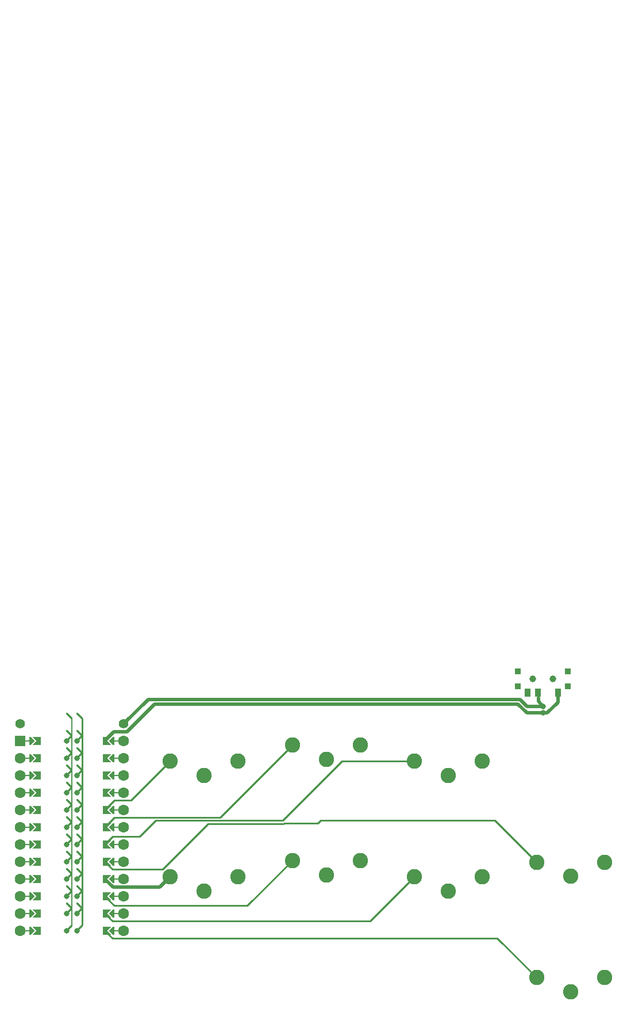
<source format=gbr>
%TF.GenerationSoftware,KiCad,Pcbnew,(6.0.10)*%
%TF.CreationDate,2023-01-30T22:50:37-06:00*%
%TF.ProjectId,mypaintbrush_aggressive,6d797061-696e-4746-9272-7573685f6167,rev?*%
%TF.SameCoordinates,Original*%
%TF.FileFunction,Copper,L1,Top*%
%TF.FilePolarity,Positive*%
%FSLAX46Y46*%
G04 Gerber Fmt 4.6, Leading zero omitted, Abs format (unit mm)*
G04 Created by KiCad (PCBNEW (6.0.10)) date 2023-01-30 22:50:37*
%MOMM*%
%LPD*%
G01*
G04 APERTURE LIST*
G04 Aperture macros list*
%AMFreePoly0*
4,1,6,0.600000,0.200000,0.000000,-0.400000,-0.600000,0.200000,-0.600000,0.400000,0.600000,0.400000,0.600000,0.200000,0.600000,0.200000,$1*%
%AMFreePoly1*
4,1,5,0.125000,-0.500000,-0.125000,-0.500000,-0.125000,0.500000,0.125000,0.500000,0.125000,-0.500000,0.125000,-0.500000,$1*%
%AMFreePoly2*
4,1,49,0.088388,4.152388,0.850389,3.390388,0.863708,3.372551,0.867189,3.369530,0.867982,3.366827,0.871852,3.361644,0.878333,3.331543,0.887000,3.302000,0.887000,0.762000,0.883805,0.739969,0.884131,0.735371,0.882780,0.732898,0.881852,0.726498,0.865154,0.700638,0.850389,0.673612,0.088388,-0.088388,0.064607,-0.106146,0.062500,-0.108253,0.061385,-0.108552,0.059644,-0.109852,
0.043810,-0.113261,0.000000,-0.125000,-0.004774,-0.123721,-0.009154,-0.124664,-0.028953,-0.117242,-0.062500,-0.108253,-0.068237,-0.102516,-0.075052,-0.099961,-0.087614,-0.083139,-0.108253,-0.062500,-0.111178,-0.051584,-0.117161,-0.043572,-0.118539,-0.024114,-0.125000,0.000000,-0.121239,0.014035,-0.122131,0.026629,-0.113759,0.041953,-0.108253,0.062500,-0.095642,0.075111,-0.088388,0.088388,
0.637000,0.813777,0.637000,3.250223,-0.088388,3.975612,-0.109852,4.004356,-0.124664,4.073154,-0.099961,4.139052,-0.043572,4.181161,0.026629,4.186131,0.088388,4.152388,0.088388,4.152388,$1*%
%AMFreePoly3*
4,1,6,0.600000,-0.250000,-0.600000,-0.250000,-0.600000,1.000000,0.000000,0.400000,0.600000,1.000000,0.600000,-0.250000,0.600000,-0.250000,$1*%
%AMFreePoly4*
4,1,49,0.088388,4.152388,0.854389,3.386388,0.867708,3.368551,0.871189,3.365530,0.871982,3.362827,0.875852,3.357644,0.882333,3.327543,0.891000,3.298000,0.891000,0.766000,0.887805,0.743969,0.888131,0.739371,0.886780,0.736898,0.885852,0.730498,0.869154,0.704638,0.854389,0.677612,0.088388,-0.088388,0.064607,-0.106146,0.062500,-0.108253,0.061385,-0.108552,0.059644,-0.109852,
0.043810,-0.113261,0.000000,-0.125000,-0.004774,-0.123721,-0.009154,-0.124664,-0.028953,-0.117242,-0.062500,-0.108253,-0.068237,-0.102516,-0.075052,-0.099961,-0.087614,-0.083139,-0.108253,-0.062500,-0.111178,-0.051584,-0.117161,-0.043572,-0.118539,-0.024114,-0.125000,0.000000,-0.121239,0.014035,-0.122131,0.026629,-0.113759,0.041953,-0.108253,0.062500,-0.095642,0.075111,-0.088388,0.088388,
0.641000,0.817777,0.641000,3.246223,-0.088388,3.975612,-0.109852,4.004356,-0.124664,4.073154,-0.099961,4.139052,-0.043572,4.181161,0.026629,4.186131,0.088388,4.152388,0.088388,4.152388,$1*%
G04 Aperture macros list end*
%TA.AperFunction,ComponentPad*%
%ADD10C,2.262000*%
%TD*%
%TA.AperFunction,SMDPad,CuDef*%
%ADD11FreePoly0,270.000000*%
%TD*%
%TA.AperFunction,ComponentPad*%
%ADD12C,1.600000*%
%TD*%
%TA.AperFunction,SMDPad,CuDef*%
%ADD13FreePoly1,90.000000*%
%TD*%
%TA.AperFunction,SMDPad,CuDef*%
%ADD14FreePoly1,270.000000*%
%TD*%
%TA.AperFunction,SMDPad,CuDef*%
%ADD15FreePoly0,90.000000*%
%TD*%
%TA.AperFunction,ComponentPad*%
%ADD16R,1.600000X1.600000*%
%TD*%
%TA.AperFunction,SMDPad,CuDef*%
%ADD17FreePoly2,90.000000*%
%TD*%
%TA.AperFunction,ComponentPad*%
%ADD18C,0.800000*%
%TD*%
%TA.AperFunction,SMDPad,CuDef*%
%ADD19FreePoly3,90.000000*%
%TD*%
%TA.AperFunction,SMDPad,CuDef*%
%ADD20FreePoly4,270.000000*%
%TD*%
%TA.AperFunction,SMDPad,CuDef*%
%ADD21FreePoly3,270.000000*%
%TD*%
%TA.AperFunction,ComponentPad*%
%ADD22C,1.397000*%
%TD*%
%TA.AperFunction,WasherPad*%
%ADD23C,1.000000*%
%TD*%
%TA.AperFunction,SMDPad,CuDef*%
%ADD24R,0.900000X0.900000*%
%TD*%
%TA.AperFunction,SMDPad,CuDef*%
%ADD25R,0.900000X1.250000*%
%TD*%
%TA.AperFunction,ViaPad*%
%ADD26C,0.800000*%
%TD*%
%TA.AperFunction,Conductor*%
%ADD27C,0.250000*%
%TD*%
%TA.AperFunction,Conductor*%
%ADD28C,0.508000*%
%TD*%
G04 APERTURE END LIST*
D10*
%TO.P,KEY2,1,1*%
%TO.N,GND*%
X123851736Y-32369424D03*
%TO.P,KEY2,2,2*%
%TO.N,R1C2*%
X118851736Y-30269424D03*
X128851736Y-30269424D03*
%TD*%
%TO.P,KEY3,1,1*%
%TO.N,GND*%
X141851738Y-34749426D03*
%TO.P,KEY3,2,2*%
%TO.N,R1C3*%
X146851738Y-32649426D03*
X136851738Y-32649426D03*
%TD*%
%TO.P,KEY4,1,1*%
%TO.N,GND*%
X159851734Y-49599425D03*
%TO.P,KEY4,2,2*%
%TO.N,R1C4*%
X164851734Y-47499425D03*
X154851734Y-47499425D03*
%TD*%
%TO.P,KEY6,1,1*%
%TO.N,GND*%
X123851738Y-49369424D03*
%TO.P,KEY6,2,2*%
%TO.N,R2C2*%
X128851738Y-47269424D03*
X118851738Y-47269424D03*
%TD*%
%TO.P,KEY7,1,1*%
%TO.N,GND*%
X141851738Y-51749426D03*
%TO.P,KEY7,2,2*%
%TO.N,R2C3*%
X146851738Y-49649426D03*
X136851738Y-49649426D03*
%TD*%
%TO.P,KEY8,1,1*%
%TO.N,GND*%
X159851736Y-66599424D03*
%TO.P,KEY8,2,2*%
%TO.N,R2C4*%
X164851736Y-64499424D03*
X154851736Y-64499424D03*
%TD*%
%TO.P,KEY1,1,1*%
%TO.N,GND*%
X105851736Y-34749424D03*
%TO.P,KEY1,2,2*%
%TO.N,R1C1*%
X110851736Y-32649424D03*
X100851736Y-32649424D03*
%TD*%
%TO.P,KEY5,1,1*%
%TO.N,GND*%
X105851735Y-51749424D03*
%TO.P,KEY5,2,2*%
%TO.N,R2C1*%
X110851735Y-49649424D03*
X100851735Y-49649424D03*
%TD*%
D11*
%TO.P,U1,*%
%TO.N,*%
X92243737Y-44869424D03*
D12*
X78781737Y-52489424D03*
D13*
X80051737Y-47409424D03*
X80051737Y-55029424D03*
D12*
X94021737Y-34709424D03*
D11*
X92243737Y-39789424D03*
D13*
X80051737Y-37249424D03*
D14*
X92751737Y-47409424D03*
D12*
X94021737Y-52489424D03*
X94021737Y-29629424D03*
D14*
X92751737Y-49949424D03*
D13*
X80051737Y-39789424D03*
D12*
X94021737Y-37249424D03*
D11*
X92243737Y-47409424D03*
D15*
X80559737Y-29629424D03*
X80559737Y-49949424D03*
D12*
X94021737Y-44869424D03*
D14*
X92751737Y-34709424D03*
X92751737Y-57569424D03*
D11*
X92243737Y-29629424D03*
D12*
X78781737Y-55029424D03*
D13*
X80051737Y-32169424D03*
D16*
X78781737Y-29629424D03*
D11*
X92243737Y-52489424D03*
D12*
X78781737Y-39789424D03*
D14*
X92751737Y-29629424D03*
D12*
X78781737Y-57569424D03*
D15*
X80559737Y-57569424D03*
D13*
X80051737Y-42329424D03*
D11*
X92243737Y-57569424D03*
D12*
X78781737Y-32169424D03*
X78781737Y-37249424D03*
X94021737Y-49949424D03*
D11*
X92243737Y-49949424D03*
D15*
X80559737Y-55029424D03*
D12*
X94021737Y-39789424D03*
D11*
X92243737Y-32169424D03*
D15*
X80559737Y-37249424D03*
D12*
X78781737Y-29629424D03*
X78781737Y-42329424D03*
D15*
X80559737Y-42329424D03*
X80559737Y-44869424D03*
D14*
X92751737Y-37249424D03*
D13*
X80051737Y-52489424D03*
D15*
X80559737Y-39789424D03*
D11*
X92243737Y-42329424D03*
D14*
X92751737Y-52489424D03*
D13*
X80051737Y-57569424D03*
D12*
X78781737Y-44869424D03*
D11*
X92243737Y-55029424D03*
X92243737Y-34709424D03*
X92243737Y-37249424D03*
D13*
X80051737Y-44869424D03*
D14*
X92751737Y-42329424D03*
D12*
X94021737Y-47409424D03*
D13*
X80051737Y-49949424D03*
D12*
X78781737Y-47409424D03*
D14*
X92751737Y-44869424D03*
X92751737Y-39789424D03*
D15*
X80559737Y-32169424D03*
X80559737Y-52489424D03*
D12*
X94021737Y-55029424D03*
X78781737Y-49949424D03*
D14*
X92751737Y-55029424D03*
D12*
X94021737Y-32169424D03*
D15*
X80559737Y-34709424D03*
D12*
X78781737Y-34709424D03*
D13*
X80051737Y-29629424D03*
D12*
X94021737Y-42329424D03*
D13*
X80051737Y-34709424D03*
D12*
X94021737Y-57569424D03*
D15*
X80559737Y-47409424D03*
D14*
X92751737Y-32169424D03*
D17*
%TO.P,U1,1,TX*%
%TO.N,unconnected-(U1-Pad1)*%
X85639737Y-29629424D03*
D18*
X85639737Y-29629424D03*
D19*
X81575737Y-29629424D03*
D17*
%TO.P,U1,2,RX*%
%TO.N,unconnected-(U1-Pad2)*%
X85639737Y-32169424D03*
D18*
X85639737Y-32169424D03*
D19*
X81575737Y-32169424D03*
%TO.P,U1,3,GND*%
%TO.N,GND*%
X81575737Y-34709424D03*
D17*
X85639737Y-34709424D03*
D18*
X85639737Y-34709424D03*
%TO.P,U1,4,GND*%
X85639737Y-37249424D03*
D19*
X81575737Y-37249424D03*
D17*
X85639737Y-37249424D03*
D18*
%TO.P,U1,5,SCL*%
%TO.N,SDA*%
X85639737Y-39789424D03*
D17*
X85639737Y-39789424D03*
D19*
X81575737Y-39789424D03*
%TO.P,U1,6,SDA*%
%TO.N,SCL*%
X81575737Y-42329424D03*
D18*
X85639737Y-42329424D03*
D17*
X85639737Y-42329424D03*
D18*
%TO.P,U1,7,D4*%
%TO.N,unconnected-(U1-Pad7)*%
X85639737Y-44869424D03*
D19*
X81575737Y-44869424D03*
D17*
X85639737Y-44869424D03*
D19*
%TO.P,U1,8,C6*%
%TO.N,unconnected-(U1-Pad8)*%
X81575737Y-47409424D03*
D17*
X85639737Y-47409424D03*
D18*
X85639737Y-47409424D03*
%TO.P,U1,9,D7*%
%TO.N,unconnected-(U1-Pad9)*%
X85639737Y-49949424D03*
D17*
X85639737Y-49949424D03*
D19*
X81575737Y-49949424D03*
%TO.P,U1,10,E6*%
%TO.N,unconnected-(U1-Pad10)*%
X81575737Y-52489424D03*
D18*
X85639737Y-52489424D03*
D17*
X85639737Y-52489424D03*
D19*
%TO.P,U1,11,B4*%
%TO.N,unconnected-(U1-Pad11)*%
X81575737Y-55029424D03*
D17*
X85639737Y-55029424D03*
D18*
X85639737Y-55029424D03*
D19*
%TO.P,U1,12,B5*%
%TO.N,unconnected-(U1-Pad12)*%
X81575737Y-57569424D03*
D17*
X85639737Y-57569424D03*
D18*
X85639737Y-57569424D03*
%TO.P,U1,13,B6*%
%TO.N,R2C4*%
X87163737Y-57569424D03*
D20*
X87163737Y-57569424D03*
D21*
X91227737Y-57569424D03*
D18*
%TO.P,U1,14,B2*%
%TO.N,R2C3*%
X87163737Y-55029424D03*
D20*
X87163737Y-55029424D03*
D21*
X91227737Y-55029424D03*
D18*
%TO.P,U1,15,B3*%
%TO.N,R2C2*%
X87163737Y-52489424D03*
D21*
X91227737Y-52489424D03*
D20*
X87163737Y-52489424D03*
%TO.P,U1,16,B1*%
%TO.N,R2C1*%
X87163737Y-49949424D03*
D18*
X87163737Y-49949424D03*
D21*
X91227737Y-49949424D03*
%TO.P,U1,17,F7*%
%TO.N,R1C4*%
X91227737Y-47409424D03*
D20*
X87163737Y-47409424D03*
D18*
X87163737Y-47409424D03*
D20*
%TO.P,U1,18,F6*%
%TO.N,R1C3*%
X87163737Y-44869424D03*
D18*
X87163737Y-44869424D03*
D21*
X91227737Y-44869424D03*
D20*
%TO.P,U1,19,F5*%
%TO.N,R1C2*%
X87163737Y-42329424D03*
D18*
X87163737Y-42329424D03*
D21*
X91227737Y-42329424D03*
D18*
%TO.P,U1,20,F4*%
%TO.N,R1C1*%
X87163737Y-39789424D03*
D21*
X91227737Y-39789424D03*
D20*
X87163737Y-39789424D03*
D21*
%TO.P,U1,21,VCC*%
%TO.N,VCC*%
X91227737Y-37249424D03*
D18*
X87163737Y-37249424D03*
D20*
X87163737Y-37249424D03*
D21*
%TO.P,U1,22,RST*%
%TO.N,RST*%
X91227737Y-34709424D03*
D20*
X87163737Y-34709424D03*
D18*
X87163737Y-34709424D03*
%TO.P,U1,23,GND*%
%TO.N,GND*%
X87163737Y-32169424D03*
D21*
X91227737Y-32169424D03*
D20*
X87163737Y-32169424D03*
%TO.P,U1,24,RAW*%
%TO.N,raw*%
X87163737Y-29629424D03*
D21*
X91227737Y-29629424D03*
D18*
X87163737Y-29629424D03*
%TD*%
D22*
%TO.P,Bat+1,1,1*%
%TO.N,BT+*%
X94021737Y-27129424D03*
%TD*%
%TO.P,BatGND1,1,1*%
%TO.N,GND*%
X78781737Y-27129424D03*
%TD*%
D23*
%TO.P,SW_POWER1,*%
%TO.N,*%
X157251736Y-20511924D03*
X154251736Y-20511924D03*
D24*
%TO.P,SW_POWER1,0*%
%TO.N,N/C*%
X152051736Y-21611924D03*
X152051736Y-19411924D03*
X159451736Y-21611924D03*
X159451736Y-19411924D03*
D25*
%TO.P,SW_POWER1,1,A*%
%TO.N,raw*%
X158001736Y-22586924D03*
%TO.P,SW_POWER1,2,B*%
%TO.N,BT+*%
X155001736Y-22586923D03*
%TO.P,SW_POWER1,3,C*%
%TO.N,unconnected-(SW_POWER1-Pad3)*%
X153501736Y-22586924D03*
%TD*%
D26*
%TO.N,BT+*%
X155826739Y-24549424D03*
%TO.N,raw*%
X155826739Y-25549424D03*
%TD*%
D27*
%TO.N,R1C1*%
X91227737Y-39789424D02*
X92642737Y-38374424D01*
X95126736Y-38374424D02*
X100851736Y-32649424D01*
X92642737Y-38374424D02*
X95126736Y-38374424D01*
%TO.N,R1C2*%
X108206736Y-40914424D02*
X118851736Y-30269424D01*
X91227737Y-42329424D02*
X92642737Y-40914424D01*
X92642737Y-40914424D02*
X108206736Y-40914424D01*
%TO.N,R1C3*%
X98736736Y-41364424D02*
X117436736Y-41364424D01*
X117436736Y-41364424D02*
X126151734Y-32649426D01*
X96356736Y-43744424D02*
X98736736Y-41364424D01*
X126151734Y-32649426D02*
X136851738Y-32649426D01*
X92352737Y-43744424D02*
X96356736Y-43744424D01*
X91227737Y-44869424D02*
X92352737Y-43744424D01*
%TO.N,R1C4*%
X99716736Y-48534424D02*
X106436736Y-41814424D01*
X91227737Y-47409424D02*
X92352737Y-48534424D01*
X106436736Y-41814424D02*
X117623132Y-41814424D01*
X92352737Y-48534424D02*
X99716736Y-48534424D01*
X117638132Y-41799424D02*
X122566737Y-41799424D01*
X117623132Y-41814424D02*
X117638132Y-41799424D01*
X123016737Y-41349424D02*
X148701733Y-41349424D01*
X148701733Y-41349424D02*
X154851734Y-47499425D01*
X122566737Y-41799424D02*
X123016737Y-41349424D01*
D28*
%TO.N,R2C1*%
X99297735Y-51203424D02*
X92481737Y-51203424D01*
X92481737Y-51203424D02*
X91227737Y-49949424D01*
X100851735Y-49649424D02*
X99297735Y-51203424D01*
D27*
%TO.N,R2C2*%
X91227737Y-52489424D02*
X92642737Y-53904424D01*
X92642737Y-53904424D02*
X112216738Y-53904424D01*
X112216738Y-53904424D02*
X118851738Y-47269424D01*
%TO.N,R2C3*%
X92352737Y-56154424D02*
X130346740Y-56154424D01*
X91227737Y-55029424D02*
X92352737Y-56154424D01*
X130346740Y-56154424D02*
X136851738Y-49649426D01*
%TO.N,R2C4*%
X91227737Y-57569424D02*
X92352737Y-58694424D01*
X92352737Y-58694424D02*
X149046736Y-58694424D01*
X149046736Y-58694424D02*
X154851736Y-64499424D01*
D28*
%TO.N,BT+*%
X97608238Y-23542923D02*
X94021737Y-27129424D01*
X152396499Y-23542923D02*
X97608238Y-23542923D01*
X153403000Y-24549424D02*
X152396499Y-23542923D01*
X155076739Y-23799424D02*
X155826739Y-24549424D01*
X155076739Y-23279424D02*
X155076739Y-23799424D01*
X155826739Y-24549424D02*
X153403000Y-24549424D01*
%TO.N,raw*%
X153401736Y-25549424D02*
X155826739Y-25549424D01*
X156401736Y-25549424D02*
X155826739Y-25549424D01*
X152103235Y-24250923D02*
X98530119Y-24250923D01*
X92575237Y-28281924D02*
X91227737Y-29629424D01*
X94499119Y-28281924D02*
X92575237Y-28281924D01*
X94499119Y-28281924D02*
X98530119Y-24250923D01*
X152103235Y-24250923D02*
X153401736Y-25549424D01*
X158001736Y-23949424D02*
X158001736Y-22586924D01*
X158001736Y-23949424D02*
X156401736Y-25549424D01*
%TD*%
M02*

</source>
